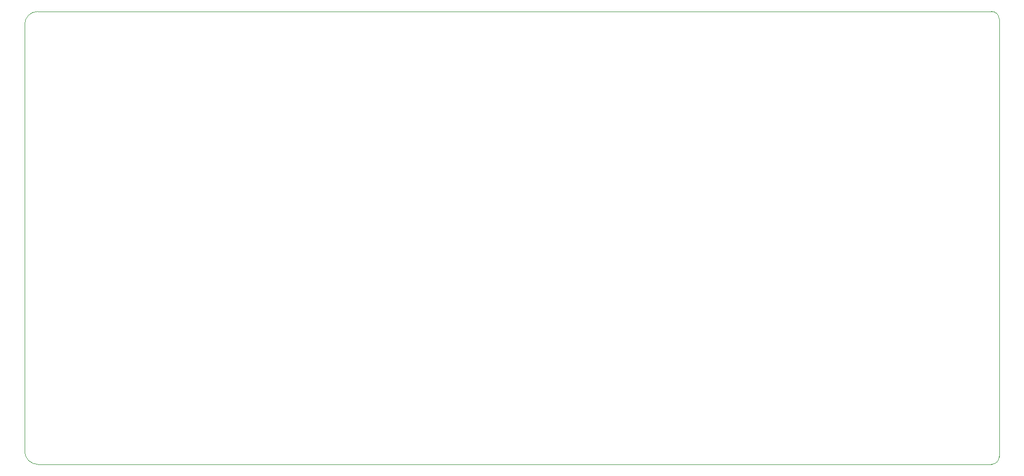
<source format=gbr>
%TF.GenerationSoftware,KiCad,Pcbnew,9.0.5-9.0.5~ubuntu24.04.1*%
%TF.CreationDate,2025-10-31T14:16:07+08:00*%
%TF.ProjectId,TPS,5450532e-6b69-4636-9164-5f7063625858,rev?*%
%TF.SameCoordinates,Original*%
%TF.FileFunction,Profile,NP*%
%FSLAX46Y46*%
G04 Gerber Fmt 4.6, Leading zero omitted, Abs format (unit mm)*
G04 Created by KiCad (PCBNEW 9.0.5-9.0.5~ubuntu24.04.1) date 2025-10-31 14:16:07*
%MOMM*%
%LPD*%
G01*
G04 APERTURE LIST*
%TA.AperFunction,Profile*%
%ADD10C,0.100000*%
%TD*%
%TA.AperFunction,Profile*%
%ADD11C,0.120000*%
%TD*%
G04 APERTURE END LIST*
D10*
X201155000Y-29000000D02*
X40661000Y-29000000D01*
X38461000Y-103000000D02*
X38461000Y-31200000D01*
X201155000Y-105200000D02*
X40661000Y-105200000D01*
X40661000Y-105200000D02*
G75*
G02*
X38461000Y-103000000I0J2200000D01*
G01*
X38461000Y-31200000D02*
G75*
G02*
X40661000Y-29000000I2200000J0D01*
G01*
D11*
X202425000Y-103930000D02*
X202425000Y-30270000D01*
X202425000Y-103930000D02*
G75*
G02*
X201155000Y-105200000I-1270000J0D01*
G01*
X201155000Y-29000000D02*
G75*
G02*
X202425000Y-30270000I0J-1270000D01*
G01*
M02*

</source>
